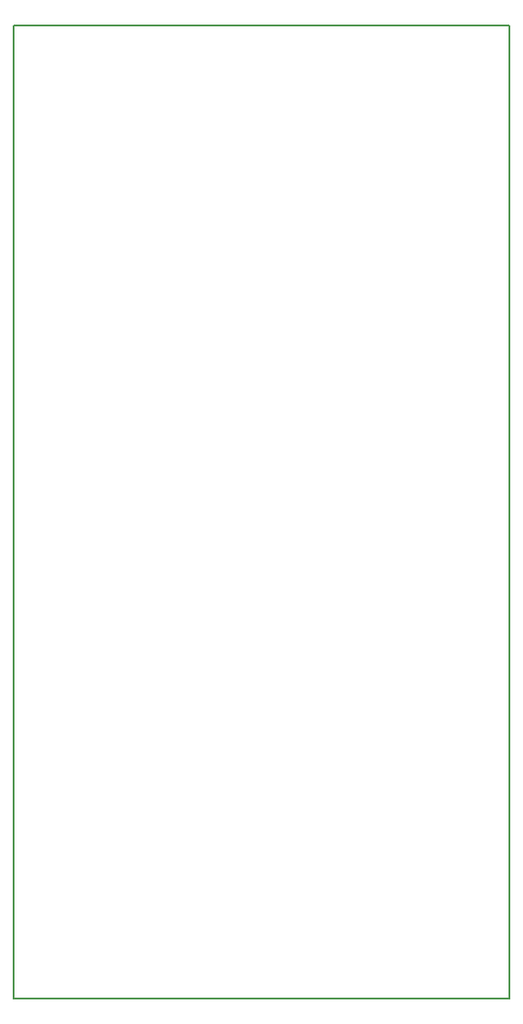
<source format=gbr>
%TF.GenerationSoftware,KiCad,Pcbnew,5.1.8*%
%TF.CreationDate,2020-12-01T23:25:55+08:00*%
%TF.ProjectId,msisdr,6d736973-6472-42e6-9b69-6361645f7063,rev?*%
%TF.SameCoordinates,Original*%
%TF.FileFunction,Profile,NP*%
%FSLAX46Y46*%
G04 Gerber Fmt 4.6, Leading zero omitted, Abs format (unit mm)*
G04 Created by KiCad (PCBNEW 5.1.8) date 2020-12-01 23:25:55*
%MOMM*%
%LPD*%
G01*
G04 APERTURE LIST*
%TA.AperFunction,Profile*%
%ADD10C,0.150000*%
%TD*%
G04 APERTURE END LIST*
D10*
X159415480Y-134132320D02*
X113136680Y-134132320D01*
X113131600Y-134089140D02*
X113157000Y-134089140D01*
X113131600Y-43474640D02*
X113131600Y-134089140D01*
X159410400Y-43474640D02*
X113131600Y-43474640D01*
X159410400Y-134112000D02*
X159410400Y-43474640D01*
M02*

</source>
